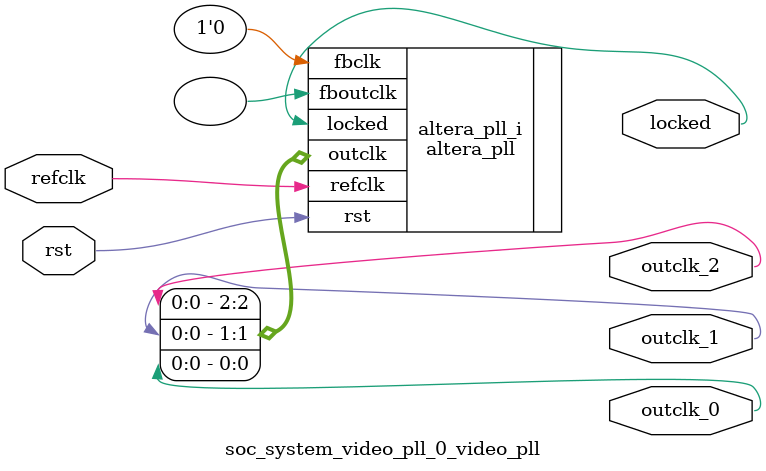
<source format=v>
`timescale 1ns/10ps
module  soc_system_video_pll_0_video_pll(

	// interface 'refclk'
	input wire refclk,

	// interface 'reset'
	input wire rst,

	// interface 'outclk0'
	output wire outclk_0,

	// interface 'outclk1'
	output wire outclk_1,

	// interface 'outclk2'
	output wire outclk_2,

	// interface 'locked'
	output wire locked
);

	altera_pll #(
		.fractional_vco_multiplier("false"),
		.reference_clock_frequency("50.0 MHz"),
		.operation_mode("direct"),
		.number_of_clocks(3),
		.output_clock_frequency0("25.000000 MHz"),
		.phase_shift0("0 ps"),
		.duty_cycle0(50),
		.output_clock_frequency1("25.000000 MHz"),
		.phase_shift1("0 ps"),
		.duty_cycle1(50),
		.output_clock_frequency2("33.000000 MHz"),
		.phase_shift2("0 ps"),
		.duty_cycle2(50),
		.output_clock_frequency3("0 MHz"),
		.phase_shift3("0 ps"),
		.duty_cycle3(50),
		.output_clock_frequency4("0 MHz"),
		.phase_shift4("0 ps"),
		.duty_cycle4(50),
		.output_clock_frequency5("0 MHz"),
		.phase_shift5("0 ps"),
		.duty_cycle5(50),
		.output_clock_frequency6("0 MHz"),
		.phase_shift6("0 ps"),
		.duty_cycle6(50),
		.output_clock_frequency7("0 MHz"),
		.phase_shift7("0 ps"),
		.duty_cycle7(50),
		.output_clock_frequency8("0 MHz"),
		.phase_shift8("0 ps"),
		.duty_cycle8(50),
		.output_clock_frequency9("0 MHz"),
		.phase_shift9("0 ps"),
		.duty_cycle9(50),
		.output_clock_frequency10("0 MHz"),
		.phase_shift10("0 ps"),
		.duty_cycle10(50),
		.output_clock_frequency11("0 MHz"),
		.phase_shift11("0 ps"),
		.duty_cycle11(50),
		.output_clock_frequency12("0 MHz"),
		.phase_shift12("0 ps"),
		.duty_cycle12(50),
		.output_clock_frequency13("0 MHz"),
		.phase_shift13("0 ps"),
		.duty_cycle13(50),
		.output_clock_frequency14("0 MHz"),
		.phase_shift14("0 ps"),
		.duty_cycle14(50),
		.output_clock_frequency15("0 MHz"),
		.phase_shift15("0 ps"),
		.duty_cycle15(50),
		.output_clock_frequency16("0 MHz"),
		.phase_shift16("0 ps"),
		.duty_cycle16(50),
		.output_clock_frequency17("0 MHz"),
		.phase_shift17("0 ps"),
		.duty_cycle17(50),
		.pll_type("General"),
		.pll_subtype("General")
	) altera_pll_i (
		.rst	(rst),
		.outclk	({outclk_2, outclk_1, outclk_0}),
		.locked	(locked),
		.fboutclk	( ),
		.fbclk	(1'b0),
		.refclk	(refclk)
	);
endmodule


</source>
